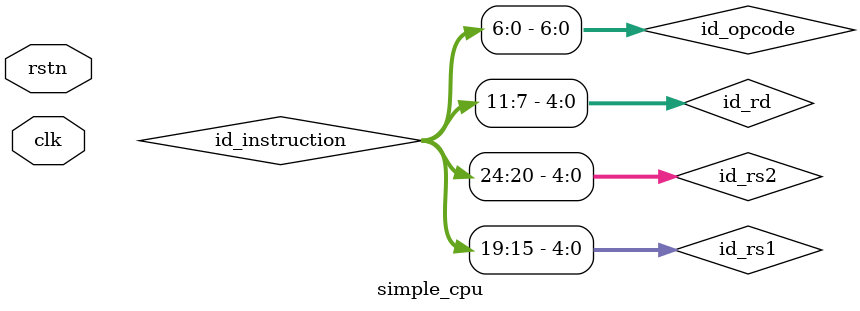
<source format=v>


module simple_cpu
#(parameter DATA_WIDTH = 32)(
  input clk,
  input rstn
);

///////////////////////////////////////////////////////////////////////////////
// TODO:  Declare all wires / registers that are needed
///////////////////////////////////////////////////////////////////////////////
// e.g., wire [DATA_WIDTH-1:0] if_pc_plus_4;
// 1) Pipeline registers (wires to / from pipeline register modules)
// 2) In / Out ports for other modules
// 3) Additional wires for multiplexers or other mdoules you instantiate

reg [DATA_WIDTH-1:0] PC;    // program counter (32 bits)
wire [DATA_WIDTH-1:0] PC_PLUS_4;
wire [DATA_WIDTH-1:0] NEXT_PC;
wire [DATA_WIDTH-1:0] id_pc_plus_4;
wire [DATA_WIDTH-1:0] id_PC;
wire [DATA_WIDTH-1:0] id_instruction;
wire [1:0] id_jump;
wire id_branch;
wire [1:0] id_aluop;
wire id_alusrc;
wire id_memread;
wire id_memwrite;
wire id_memtoreg;
wire id_regwrite;
wire [DATA_WIDTH-1:0] id_sextimm, id_readdata1, id_readdata2;
wire [DATA_WIDTH-1:0] id_alu_out;
wire [4:0] id_rs1, id_rs2, id_rd;
wire [6:0] id_opcode;
wire [6:0] id_funct7;
wire [2:0] id_funct3;
wire flush;
wire stall;
wire [1:0] PC_src;
wire [DATA_WIDTH-1:0] ex_PC;
wire [DATA_WIDTH-1:0] ex_pc_plus_4, ex_pc_target;
wire ex_branch;
wire [1:0] ex_aluop;
wire ex_alusrc;
wire [1:0] ex_jump;
wire ex_memread;
wire ex_memwrite;
wire ex_memtoreg;
wire ex_regwrite;
wire [DATA_WIDTH-1:0] ex_sextimm, ex_readdata1, ex_readdata2, ex_alu_result;
wire [4:0] ex_rs1, ex_rs2, ex_rd;
wire [6:0] ex_funct7;
wire [2:0] ex_funct3;
wire [DATA_WIDTH-1:0] ex_in_b;
wire ex_taken;
wire [DATA_WIDTH-1:0] ex_adds;
wire ex_alu_check;
wire [3:0] ex_alu_func;
wire [1:0] forwardA, forwardB;
wire [DATA_WIDTH-1:0] ex_forwardedA; 
wire [DATA_WIDTH-1:0] ex_forwardedB;
wire [DATA_WIDTH-1:0] mem_readdata;
wire [DATA_WIDTH-1:0] mem_pc_plus_4, mem_pc_target;
wire mem_taken, mem_memread, mem_memwrite, mem_memtoreg, mem_regwrite;
wire [1:0] mem_jump;
wire [DATA_WIDTH-1:0] mem_alu_result;
wire [DATA_WIDTH-1:0] mem_writedata;
wire [2:0] mem_funct3;
wire [4:0] mem_rd;
wire [DATA_WIDTH - 1:0] wb_pc_plus_4, wb_readdata, wb_alu_result;
wire [4:0] wb_rd;
wire [1:0] wb_jump;
wire wb_memtoreg, wb_regwrite;
wire [DATA_WIDTH-1:0] write_data;

///////////////////////////////////////////////////////////////////////////////
// Instruction Fetch (IF)
///////////////////////////////////////////////////////////////////////////////

/* m_next_pc_adder */
adder m_pc_plus_4_adder(
  .in_a   (PC),
  .in_b   (32'h0000_0004),

  .result (PC_PLUS_4)
);

always @(posedge clk) begin
  if (rstn == 1'b0) begin
    PC <= 32'h00000000;
  end
  else PC <= NEXT_PC;
end
mux_3x1 m_next_pc(
  .select     (PC_src),
  .in1        (PC_PLUS_4),
  .in2        (ex_pc_target),
  .in3        (PC),

  .out        (NEXT_PC)
);
/* instruction: read current instruction from inst mem */
wire [DATA_WIDTH-1:0] instruction;
instruction_memory m_instruction_memory(
  .address    (PC),

  .instruction(instruction)
);

/* forward to IF/ID stage registers */
ifid_reg m_ifid_reg(
  // TODO: Add flush or stall signal if it is needed
  .flush          (flush),
  .stall          (stall),
  .clk            (clk),
  .if_PC          (PC),
  .if_pc_plus_4   (PC_PLUS_4),
  .if_instruction (instruction),

  .id_PC          (id_PC),
  .id_pc_plus_4   (id_pc_plus_4),
  .id_instruction (id_instruction)
);

//////////////////////////////////////////////////////////////////////////////////
// Instruction Decode (ID)
//////////////////////////////////////////////////////////////////////////////////

assign id_opcode = id_instruction[6:0];
assign id_funct7 = id_instruction[31:25];
assign id_funct3 = id_instruction[14:12];
assign id_rs1 = id_instruction[19:15];
assign id_rs2 = id_instruction[24:20];
assign id_rd  = id_instruction[11:7];

/* m_hazard: hazard detection unit */
hazard m_hazard(
  // TODO: implement hazard detection unit & do wiring
  .ex_jump(ex_jump),
  .ex_taken(ex_taken),
  .ex_rd(ex_rd),
  .id_rs1(id_rs1),
  .id_rs2(id_rs2),
  .ex_memread(ex_memread),

  .flush(flush),
  .stall(stall),
  .PC_src(PC_src)
);

/* m_control: control unit */
control m_control(
  .opcode     (id_opcode),

  .jump       (id_jump),
  .branch     (id_branch),
  .alu_op     (id_aluop),
  .alu_src    (id_alusrc),
  .mem_read   (id_memread),
  .mem_to_reg (id_memtoreg),
  .mem_write  (id_memwrite),
  .reg_write  (id_regwrite)
);

/* m_imm_generator: immediate generator */
immediate_generator m_immediate_generator(
  .instruction(id_instruction),

  .sextimm    (id_sextimm)
);

/* m_register_file: register file */
register_file m_register_file(
  .clk        (clk),
  .readreg1   (id_rs1),
  .readreg2   (id_rs2),
  .writereg   (wb_rd),
  .wen        (wb_regwrite),
  .writedata  (write_data),

  .readdata1  (id_readdata1),
  .readdata2  (id_readdata2)
);

/* forward to ID/EX stage registers */
idex_reg m_idex_reg(
  // TODO: Add flush or stall signal if it is needed
  .flush        (flush),
  .stall        (stall),
  .clk          (clk),
  .id_PC        (id_PC),
  .id_pc_plus_4 (id_pc_plus_4),
  .id_jump      (id_jump),
  .id_branch    (id_branch),
  .id_aluop     (id_aluop),
  .id_alusrc    (id_alusrc),
  .id_memread   (id_memread),
  .id_memwrite  (id_memwrite),
  .id_memtoreg  (id_memtoreg),
  .id_regwrite  (id_regwrite),
  .id_sextimm   (id_sextimm),
  .id_funct7    (id_funct7),
  .id_funct3    (id_funct3),
  .id_readdata1 (id_readdata1),
  .id_readdata2 (id_readdata2),
  .id_rs1       (id_rs1),
  .id_rs2       (id_rs2),
  .id_rd        (id_rd),

  .ex_PC        (ex_PC),
  .ex_pc_plus_4 (ex_pc_plus_4),
  .ex_jump      (ex_jump),
  .ex_branch    (ex_branch),
  .ex_aluop     (ex_aluop),
  .ex_alusrc    (ex_alusrc),
  .ex_memread   (ex_memread),
  .ex_memwrite  (ex_memwrite),
  .ex_memtoreg  (ex_memtoreg),
  .ex_regwrite  (ex_regwrite),
  .ex_sextimm   (ex_sextimm),
  .ex_funct7    (ex_funct7),
  .ex_funct3    (ex_funct3),
  .ex_readdata1 (ex_readdata1),
  .ex_readdata2 (ex_readdata2),
  .ex_rs1       (ex_rs1),
  .ex_rs2       (ex_rs2),
  .ex_rd        (ex_rd)
);

//////////////////////////////////////////////////////////////////////////////////
// Execute (EX) 
//////////////////////////////////////////////////////////////////////////////////

mux_2x1 m_rs2orimm(
  .select (ex_alusrc),
  .in1 (ex_forwardedB),
  .in2 (ex_sextimm),

  .out (ex_in_b)
);

/* m_branch_target_adder: PC + imm for branch address */
adder m_branch_target_adder(
  .in_a     (ex_PC),
  .in_b     (ex_sextimm),

  .result   (ex_adds)
);

assign ex_pc_target = (ex_jump[0]) ? ex_alu_result : ex_adds;

/* alu control : generates alu_func signal */
alu_control m_alu_control(
  .alu_op   (ex_aluop),
  .funct7   (ex_funct7),
  .funct3   (ex_funct3),

  .alu_func (ex_alu_func)
);


/* m_alu */
alu m_alu(
  .alu_func (ex_alu_func),
  .in_a     (ex_forwardedA), 
  .in_b     (ex_in_b), 

  .result   (ex_alu_result),
  .check    (ex_alu_check)
);

/* m_branch_control : checks T/NT */
branch_control m_branch_control(
  .branch (ex_branch),
  .check  (ex_alu_check),
  
  .taken  (ex_taken)
);



forwarding m_forwarding(
  // TODO: implement forwarding unit & do wiring
  .idex_rs1       (ex_rs1),
  .idex_rs2       (ex_rs2),
  .exmem_rd       (mem_rd),
  .memwb_rd       (wb_rd),
  .mem_regwrite   (mem_regwrite),
  .wb_regwrite    (wb_regwrite),

  .forwardA       (forwardA),
  .forwardB       (forwardB)
);

mux_3x1 forwardingA(
  .select         (forwardA),
  .in1            (ex_readdata1),
  .in2            (write_data),
  .in3            (mem_alu_result),

  .out            (ex_forwardedA)
);

mux_3x1 forwardingB(
  .select         (forwardB),
  .in1            (ex_readdata2),
  .in2            (write_data),
  .in3            (mem_alu_result),

  .out            (ex_forwardedB)
);

/* forward to EX/MEM stage registers */
exmem_reg m_exmem_reg(
  // TODO: Add flush or stall signal if it is needed
  .clk            (clk),
  .ex_pc_plus_4   (ex_pc_plus_4),
  .ex_pc_target   (ex_pc_target),
  .ex_taken       (ex_taken), 
  .ex_jump        (ex_jump),
  .ex_memread     (ex_memread),
  .ex_memwrite    (ex_memwrite),
  .ex_memtoreg    (ex_memtoreg),
  .ex_regwrite    (ex_regwrite),
  .ex_alu_result  (ex_alu_result),
  .ex_writedata   (ex_forwardedB),
  .ex_funct3      (ex_funct3),
  .ex_rd          (ex_rd),
  
  .mem_pc_plus_4  (mem_pc_plus_4),
  .mem_pc_target  (mem_pc_target),
  .mem_taken      (mem_taken), 
  .mem_jump       (mem_jump),
  .mem_memread    (mem_memread),
  .mem_memwrite   (mem_memwrite),
  .mem_memtoreg   (mem_memtoreg),
  .mem_regwrite   (mem_regwrite),
  .mem_alu_result (mem_alu_result),
  .mem_writedata  (mem_writedata),
  .mem_funct3     (mem_funct3),
  .mem_rd         (mem_rd)
);


//////////////////////////////////////////////////////////////////////////////////
// Memory (MEM) 
//////////////////////////////////////////////////////////////////////////////////

/* m_data_memory : main memory module */
data_memory m_data_memory(
  .clk         (clk),
  .address     (mem_alu_result),
  .write_data  (mem_writedata),
  .mem_read    (mem_memread),
  .mem_write   (mem_memwrite),
  .maskmode    (mem_funct3[1:0]),
  .sext        (mem_funct3[2]),

  .read_data   (mem_readdata)
);

/* forward to MEM/WB stage registers */
memwb_reg m_memwb_reg(
  // TODO: Add flush or stall signal if it is needed
  .clk            (clk),
  .mem_pc_plus_4  (mem_pc_plus_4),
  .mem_jump       (mem_jump),
  .mem_memtoreg   (mem_memtoreg),
  .mem_regwrite   (mem_regwrite),
  .mem_readdata   (mem_readdata),
  .mem_alu_result (mem_alu_result),
  .mem_rd         (mem_rd),

  .wb_pc_plus_4   (wb_pc_plus_4),
  .wb_jump        (wb_jump),
  .wb_memtoreg    (wb_memtoreg),
  .wb_regwrite    (wb_regwrite),
  .wb_readdata    (wb_readdata),
  .wb_alu_result  (wb_alu_result),
  .wb_rd          (wb_rd)
);

//////////////////////////////////////////////////////////////////////////////////
// Write Back (WB) 
//////////////////////////////////////////////////////////////////////////////////

mux_3x1 m_writedata (
  .select ({wb_jump[1], wb_memtoreg}),
  .in1    (wb_alu_result),
  .in2    (wb_readdata),
  .in3    (wb_pc_plus_4),
  .out    (write_data)
);

endmodule
</source>
